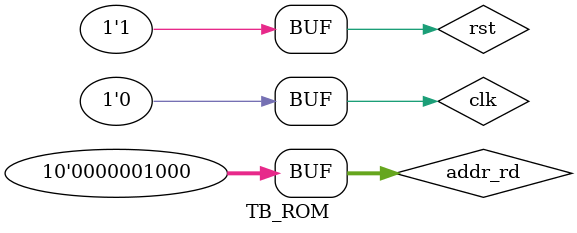
<source format=v>
module TB_ROM;//(clk, addr_rd, red, green, blue, tb_data_out);\

	reg [9:0] addr_rd;
	wire [11:0] mem;
	wire [3:0] red;
	wire [3:0] green;
	wire [3:0] blue;

reg rst;
reg clk;
//module ROM(clk, addr_rd, red, green, blue, mem);

ROM UUT( addr_rd, red, green, blue, mem);


initial begin
	rst = 1'b1;
	#300
	
	addr_rd =  10'b00000_00000;

#200

	addr_rd =  10'b00001101;  //10'b00001101: begin mem = 12'b1010_1010_1010; end

#200
	addr_rd =  10'b00000_01000;

end

always begin
	if(rst == 1'b1) begin
		clk = 1'b0;
	#1;
	end
	else begin
	#100;
	clk = ~clk;
	end
end


endmodule



</source>
